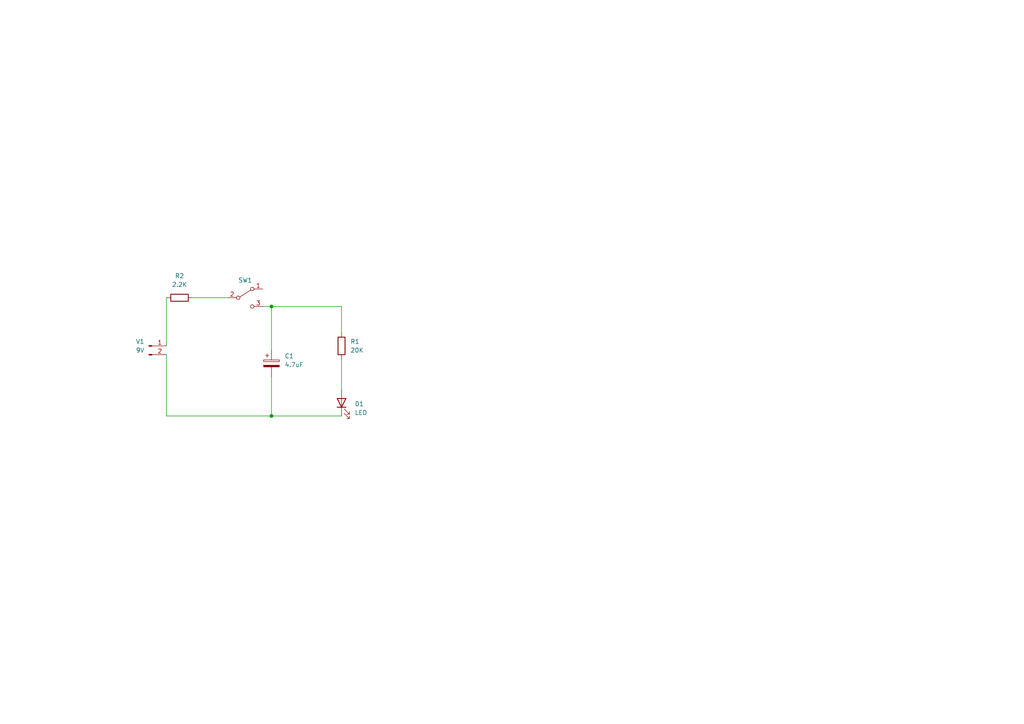
<source format=kicad_sch>
(kicad_sch (version 20211123) (generator eeschema)
  (paper "A4")
  (lib_symbols
    (symbol "Connector:Conn_01x02_Male" (pin_names (offset 1.016) hide)
      (property "Reference" "J" (at 0 2.54 0))
      (property "Value" "Conn_01x02_Male" (at 0 -5.08 0))
      (symbol "Conn_01x02_Male_1_1"
        (polyline (pts (xy 1.27 -2.54) (xy 0.8636 -2.54)) (stroke (width 0.1524)))
        (polyline (pts (xy 1.27 0) (xy 0.8636 0)) (stroke (width 0.1524)))
        (rectangle (start 0.8636 -2.413) (end 0 -2.667) (stroke (width 0.1524)) (fill (type outline)))
        (rectangle (start 0.8636 0.127) (end 0 -0.127) (stroke (width 0.1524)) (fill (type outline)))
        (pin passive line (at 5.08 0 180) (length 3.81) (name "Pin_1") (number "1"))
        (pin passive line (at 5.08 -2.54 180) (length 3.81) (name "Pin_2") (number "2"))
      )
    )
    (symbol "Device:C_Polarized" (pin_numbers hide) (pin_names (offset 0.254))
      (property "Reference" "C" (at 0.635 2.54 0))
      (property "Value" "C_Polarized" (at 0.635 -2.54 0))
      (symbol "C_Polarized_0_1"
        (rectangle (start -2.286 0.508) (end 2.286 1.016))
        (polyline (pts (xy -1.778 2.286) (xy -0.762 2.286)))
        (polyline (pts (xy -1.27 2.794) (xy -1.27 1.778)))
        (rectangle (start 2.286 -0.508) (end -2.286 -1.016) (fill (type outline)))
      )
      (symbol "C_Polarized_1_1"
        (pin passive line (at 0 3.81 270) (length 2.794) (name "~") (number "1"))
        (pin passive line (at 0 -3.81 90) (length 2.794) (name "~") (number "2"))
      )
    )
    (symbol "Device:LED" (pin_numbers hide) (pin_names (offset 1.016) hide)
      (property "Reference" "D" (at 0 2.54 0))
      (property "Value" "LED" (at 0 -2.54 0))
      (symbol "LED_0_1"
        (polyline (pts (xy -1.27 -1.27) (xy -1.27 1.27)) (stroke (width 0.254)))
        (polyline (pts (xy -1.27 0) (xy 1.27 0)))
        (polyline (pts (xy 1.27 -1.27) (xy 1.27 1.27) (xy -1.27 0) (xy 1.27 -1.27)) (stroke (width 0.254)))
        (polyline (pts (xy -3.048 -0.762) (xy -4.572 -2.286) (xy -3.81 -2.286) (xy -4.572 -2.286) (xy -4.572 -1.524)))
        (polyline (pts (xy -1.778 -0.762) (xy -3.302 -2.286) (xy -2.54 -2.286) (xy -3.302 -2.286) (xy -3.302 -1.524)))
      )
      (symbol "LED_1_1"
        (pin passive line (at -3.81 0 0) (length 2.54) (name "K") (number "1"))
        (pin passive line (at 3.81 0 180) (length 2.54) (name "A") (number "2"))
      )
    )
    (symbol "Device:R" (pin_numbers hide) (pin_names (offset 0))
      (property "Reference" "R" (at 2.032 0 90))
      (property "Value" "R" (at 0 0 90))
      (symbol "R_0_1"
        (rectangle (start -1.016 -2.54) (end 1.016 2.54) (stroke (width 0.254)))
      )
      (symbol "R_1_1"
        (pin passive line (at 0 3.81 270) (length 1.27) (name "~") (number "1"))
        (pin passive line (at 0 -3.81 90) (length 1.27) (name "~") (number "2"))
      )
    )
    (symbol "Switch:SW_SPDT" (pin_names (offset 0) hide)
      (property "Reference" "SW" (at 0 4.318 0))
      (property "Value" "SW_SPDT" (at 0 -5.08 0))
      (symbol "SW_SPDT_0_0"
        (circle (center -2.032 0) (radius 0.508))
        (circle (center 2.032 -2.54) (radius 0.508))
      )
      (symbol "SW_SPDT_0_1"
        (polyline (pts (xy -1.524 0.254) (xy 1.651 2.286)))
        (circle (center 2.032 2.54) (radius 0.508))
      )
      (symbol "SW_SPDT_1_1"
        (pin passive line (at 5.08 2.54 180) (length 2.54) (name "A") (number "1"))
        (pin passive line (at -5.08 0 0) (length 2.54) (name "B") (number "2"))
        (pin passive line (at 5.08 -2.54 180) (length 2.54) (name "C") (number "3"))
      )
    )
  )
  (junction (at 78.74 88.9))
  (junction (at 78.74 120.65))
  (wire (pts (xy 78.74 120.65) (xy 99.06 120.65)))
  (wire (pts (xy 78.74 109.22) (xy 78.74 120.65)))
  (wire (pts (xy 48.26 120.65) (xy 78.74 120.65)))
  (wire (pts (xy 48.26 102.87) (xy 48.26 120.65)))
  (wire (pts (xy 55.88 86.36) (xy 66.04 86.36)))
  (wire (pts (xy 78.74 88.9) (xy 99.06 88.9)))
  (wire (pts (xy 99.06 88.9) (xy 99.06 96.52)))
  (wire (pts (xy 78.74 101.6) (xy 78.74 88.9)))
  (wire (pts (xy 48.26 86.36) (xy 48.26 100.33)))
  (wire (pts (xy 99.06 104.14) (xy 99.06 113.03)))
  (wire (pts (xy 76.2 88.9) (xy 78.74 88.9)))
  (symbol (lib_id "Device:LED") (at 99.06 116.84 90) (unit 1)
    (property "Reference" "D1" (at 102.87 117.1574 90) (effects (justify right)))
    (property "Value" "LED" (at 102.87 119.6974 90) (effects (justify right)))
    (property "Footprint" "LED_THT:LED_D5.0mm" (effects hide))
  )
  (symbol (lib_id "Device:C_Polarized") (at 78.74 105.41 0) (unit 1)
    (property "Reference" "C1" (at 82.55 103.2509 0) (effects (justify left)))
    (property "Value" "4.7uF" (at 82.55 105.7909 0) (effects (justify left)))
    (property "Footprint" "Capacitor_THT:C_Radial_D5.0mm_H5.0mm_P2.00mm" (effects hide))
  )
  (symbol (lib_id "Connector:Conn_01x02_Male") (at 43.18 100.33 0) (unit 1)
    (property "Reference" "V1" (at 40.64 99.06 0))
    (property "Value" "9V" (at 40.64 101.6 0))
    (property "Footprint" "Connector_JST:JST_PH_B2B-PH-K_1x02_P2.00mm_Vertical" (effects hide))
  )
  (symbol (lib_id "Switch:SW_SPDT") (at 71.12 86.36 0) (unit 1)
    (property "Reference" "SW1" (at 71.12 81.28 0))
    (property "Value" "SW_SPDT" (effects hide))
    (property "Footprint" "Button_Switch_THT:SW_E-Switch_EG1224_SPDT_Angled" (effects hide))
  )
  (symbol (lib_id "Device:R") (at 99.06 100.33 0) (unit 1)
    (property "Reference" "R1" (at 101.6 99.0599 0) (effects (justify left)))
    (property "Value" "20K" (at 101.6 101.5999 0) (effects (justify left)))
    (property "Footprint" "Resistor_THT:R_Axial_DIN0516_L15.5mm_D5.0mm_P20.32mm_Horizontal" (effects hide))
  )
  (symbol (lib_id "Device:R") (at 52.07 86.36 270) (unit 1)
    (property "Reference" "R2" (at 52.07 80.01 90))
    (property "Value" "2.2K" (at 52.07 82.55 90))
    (property "Footprint" "Resistor_THT:R_Axial_DIN0516_L15.5mm_D5.0mm_P20.32mm_Horizontal" (effects hide))
  )
)
</source>
